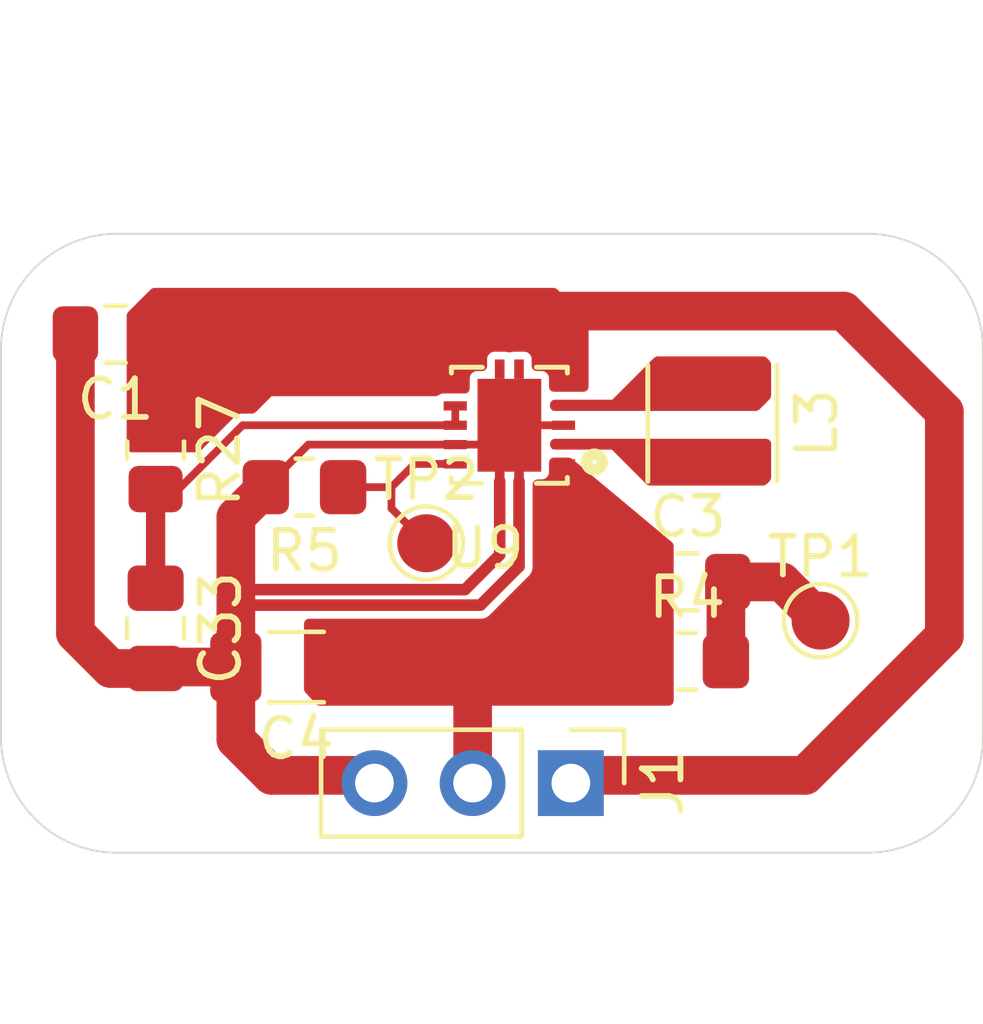
<source format=kicad_pcb>
(kicad_pcb (version 20241229) (generator "pcbnew") (generator_version "9.0")
  (layers (0 "F.Cu" signal) (2 "B.Cu" signal) (13 "F.Paste" user) (15 "B.Paste" user) (5 "F.SilkS" user "F.Silkscreen") (7 "B.SilkS" user "B.Silkscreen") (1 "F.Mask" user) (3 "B.Mask" user) (25 "Edge.Cuts" user))
  (net 0 "")
  (net 1 "GND")
  (net 2 "/V_{IN}")
  (net 3 "+3V3")
  (net 4 "/Buck-Boost Regulator Layout/FB")
  (net 5 "Net-(U9-PS{slash}SYNC)")
  (net 6 "Net-(U9-L2)")
  (net 7 "Net-(U9-L1)")
  (net 8 "Net-(C3-Pad2)")
  (footprint "TestPoint:TestPoint_Pad_D1.5mm" (layer "F.Cu") (at 126.8 76.2)
    (property "Reference" "TP1" (at 0 -1.648 0) (layer "F.SilkS"))
    (property "Value" "TestPoint")
    (fp_circle (center 0 0) (end 0 0.95) (stroke (width 0.12)) (fill no) (layer "F.SilkS"))
    (pad "1" smd circle (at 0 0) (size 1.5 1.5) (layers "F.Cu" "F.Mask") (net 8 "Net-(C3-Pad2)"))
  )
  (footprint "TestPoint:TestPoint_Pad_D1.5mm" (layer "F.Cu") (at 116.6 74.2)
    (property "Reference" "TP2" (at 0 -1.648 0) (layer "F.SilkS"))
    (property "Value" "TestPoint")
    (fp_circle (center 0 0) (end 0 0.95) (stroke (width 0.12)) (fill no) (layer "F.SilkS"))
    (pad "1" smd circle (at 0 0) (size 1.5 1.5) (layers "F.Cu" "F.Mask") (net 4 "/Buck-Boost Regulator Layout/FB"))
  )
  (footprint "buckboost:IND_LQH3NPZ2R2MMEL" (layer "F.Cu") (at 124 71.1 90)
    (property "Reference" "L3" (at 0 2.7 90) (layer "F.SilkS"))
    (property "Value" "2.2uH")
    (fp_line (start -1.5 -1.67) (end 1.5 -1.67) (stroke (width 0.127)) (layer "F.SilkS"))
    (fp_line (start -1.5 1.67) (end 1.5 1.67) (stroke (width 0.127)) (layer "F.SilkS"))
    (pad "1" smd rect (at -1.1 0 90) (size 0.8 2.7) (layers "F.Cu" "F.Mask" "F.Paste") (net 6 "Net-(U9-L2)"))
    (pad "2" smd rect (at 1.1 0 90) (size 0.8 2.7) (layers "F.Cu" "F.Mask" "F.Paste") (net 7 "Net-(U9-L1)"))
  )
  (footprint "Resistor_SMD:R_0805_2012Metric_Pad1.20x1.40mm_HandSolder" (layer "F.Cu") (at 109.6 71.8 -90)
    (property "Reference" "R27" (at 0 -1.65 90) (layer "F.SilkS"))
    (property "Value" "100R")
    (fp_line (start -0.227064 0.735) (end 0.227064 0.735) (stroke (width 0.12)) (layer "F.SilkS"))
    (fp_line (start -0.227064 -0.735) (end 0.227064 -0.735) (stroke (width 0.12)) (layer "F.SilkS"))
    (pad "1" smd roundrect (at -1 0 270) (size 1.2 1.4) (layers "F.Cu" "F.Mask" "F.Paste") (roundrect_rratio 0.208333) (net 2 "/V_{IN}"))
    (pad "2" smd roundrect (at 1 0 270) (size 1.2 1.4) (layers "F.Cu" "F.Mask" "F.Paste") (roundrect_rratio 0.208333) (net 5 "Net-(U9-PS{slash}SYNC)"))
  )
  (footprint "buckboost:CONV_TPS63000DRCR" (layer "F.Cu") (at 118.75 71.15 180)
    (property "Reference" "U9" (at 0.635495 -3.177475 0) (layer "F.SilkS") (effects (font (size 1.00078 1.00078))))
    (property "Value" "TPS63000")
    (fp_line (start 1.5 1.5) (end 1.5 1.35) (stroke (width 0.127)) (layer "F.SilkS"))
    (fp_line (start 1.5 -1.5) (end 1.5 -1.35) (stroke (width 0.127)) (layer "F.SilkS"))
    (fp_line (start 0.7 1.5) (end 1.5 1.5) (stroke (width 0.127)) (layer "F.SilkS"))
    (fp_line (start 0.7 -1.5) (end 1.5 -1.5) (stroke (width 0.127)) (layer "F.SilkS"))
    (fp_line (start -0.7 1.5) (end -1.5 1.5) (stroke (width 0.127)) (layer "F.SilkS"))
    (fp_line (start -0.7 -1.5) (end -1.5 -1.5) (stroke (width 0.127)) (layer "F.SilkS"))
    (fp_line (start -1.5 1.5) (end -1.5 1.35) (stroke (width 0.127)) (layer "F.SilkS"))
    (fp_line (start -1.5 -1.5) (end -1.5 -1.35) (stroke (width 0.127)) (layer "F.SilkS"))
    (fp_circle (center -2.2 -0.95) (end -2.15 -0.95) (stroke (width 0.3)) (fill no) (layer "F.SilkS"))
    (pad "1" smd rect (at -1.4 -1 180) (size 0.6 0.24) (layers "F.Cu" "F.Mask" "F.Paste") (net 3 "+3V3"))
    (pad "2" smd rect (at -1.4 -0.5 180) (size 0.6 0.24) (layers "F.Cu" "F.Mask" "F.Paste") (net 6 "Net-(U9-L2)"))
    (pad "3" smd rect (at -1.4 0 180) (size 0.6 0.24) (layers "F.Cu" "F.Mask" "F.Paste") (net 1 "GND"))
    (pad "4" smd rect (at -1.4 0.5 180) (size 0.6 0.24) (layers "F.Cu" "F.Mask" "F.Paste") (net 7 "Net-(U9-L1)"))
    (pad "5" smd rect (at -1.4 1 180) (size 0.6 0.24) (layers "F.Cu" "F.Mask" "F.Paste") (net 2 "/V_{IN}"))
    (pad "6" smd rect (at 1.4 1 180) (size 0.6 0.24) (layers "F.Cu" "F.Mask" "F.Paste") (net 2 "/V_{IN}"))
    (pad "7" smd rect (at 1.4 0.5 180) (size 0.6 0.24) (layers "F.Cu" "F.Mask" "F.Paste") (net 5 "Net-(U9-PS{slash}SYNC)"))
    (pad "8" smd rect (at 1.4 0 180) (size 0.6 0.24) (layers "F.Cu" "F.Mask" "F.Paste") (net 5 "Net-(U9-PS{slash}SYNC)"))
    (pad "9" smd rect (at 1.4 -0.5 180) (size 0.6 0.24) (layers "F.Cu" "F.Mask" "F.Paste") (net 1 "GND"))
    (pad "10" smd rect (at 1.4 -1 180) (size 0.6 0.24) (layers "F.Cu" "F.Mask" "F.Paste") (net 4 "/Buck-Boost Regulator Layout/FB"))
    (pad "11" smd rect (at 0 0 180) (size 1.65 2.4) (layers "F.Cu" "F.Mask") (net 1 "GND"))
    (pad "11_1" smd rect (at -0.25 -1.45 180) (size 0.25 0.5) (layers "F.Cu" "F.Mask") (net 1 "GND"))
    (pad "11_2" smd rect (at 0.25 -1.45 180) (size 0.25 0.5) (layers "F.Cu" "F.Mask") (net 1 "GND"))
    (pad "11_3" smd rect (at 0.25 1.45 180) (size 0.25 0.5) (layers "F.Cu" "F.Mask") (net 1 "GND"))
    (pad "11_4" smd rect (at -0.25 1.45 180) (size 0.25 0.5) (layers "F.Cu" "F.Mask") (net 1 "GND"))
  )
  (footprint "Resistor_SMD:R_0805_2012Metric_Pad1.20x1.40mm_HandSolder" (layer "F.Cu") (at 113.45 72.75 180)
    (property "Reference" "R5" (at 0 -1.65 0) (layer "F.SilkS"))
    (property "Value" "100k")
    (fp_line (start -0.227064 0.735) (end 0.227064 0.735) (stroke (width 0.12)) (layer "F.SilkS"))
    (fp_line (start -0.227064 -0.735) (end 0.227064 -0.735) (stroke (width 0.12)) (layer "F.SilkS"))
    (pad "1" smd roundrect (at -1 0 180) (size 1.2 1.4) (layers "F.Cu" "F.Mask" "F.Paste") (roundrect_rratio 0.208333) (net 4 "/Buck-Boost Regulator Layout/FB"))
    (pad "2" smd roundrect (at 1 0 180) (size 1.2 1.4) (layers "F.Cu" "F.Mask" "F.Paste") (roundrect_rratio 0.208333) (net 1 "GND"))
  )
  (footprint "Capacitor_SMD:C_0805_2012Metric_Pad1.18x1.45mm_HandSolder" (layer "F.Cu") (at 109.6 76.4 -90)
    (property "Reference" "C33" (at 0 -1.68 90) (layer "F.SilkS"))
    (property "Value" "100n")
    (fp_line (start -0.261252 0.735) (end 0.261252 0.735) (stroke (width 0.12)) (layer "F.SilkS"))
    (fp_line (start -0.261252 -0.735) (end 0.261252 -0.735) (stroke (width 0.12)) (layer "F.SilkS"))
    (pad "1" smd roundrect (at -1.0375 0 270) (size 1.175 1.45) (layers "F.Cu" "F.Mask" "F.Paste") (roundrect_rratio 0.212766) (net 5 "Net-(U9-PS{slash}SYNC)"))
    (pad "2" smd roundrect (at 1.0375 0 270) (size 1.175 1.45) (layers "F.Cu" "F.Mask" "F.Paste") (roundrect_rratio 0.212766) (net 1 "GND"))
  )
  (footprint "Capacitor_SMD:C_1206_3216Metric_Pad1.33x1.80mm_HandSolder" (layer "F.Cu") (at 113.2375 77.4 180)
    (property "Reference" "C4" (at 0 -1.85 0) (layer "F.SilkS"))
    (property "Value" "47uF")
    (fp_line (start -0.711252 0.91) (end 0.711252 0.91) (stroke (width 0.12)) (layer "F.SilkS"))
    (fp_line (start -0.711252 -0.91) (end 0.711252 -0.91) (stroke (width 0.12)) (layer "F.SilkS"))
    (pad "1" smd roundrect (at -1.5625 0 180) (size 1.325 1.8) (layers "F.Cu" "F.Mask" "F.Paste") (roundrect_rratio 0.188679) (net 3 "+3V3"))
    (pad "2" smd roundrect (at 1.5625 0 180) (size 1.325 1.8) (layers "F.Cu" "F.Mask" "F.Paste") (roundrect_rratio 0.188679) (net 1 "GND"))
  )
  (footprint "Resistor_SMD:R_0805_2012Metric_Pad1.20x1.40mm_HandSolder" (layer "F.Cu") (at 123.35 77.25)
    (property "Reference" "R4" (at 0 -1.65 0) (layer "F.SilkS"))
    (property "Value" "560k")
    (fp_line (start -0.227064 -0.735) (end 0.227064 -0.735) (stroke (width 0.12)) (layer "F.SilkS"))
    (fp_line (start -0.227064 0.735) (end 0.227064 0.735) (stroke (width 0.12)) (layer "F.SilkS"))
    (pad "1" smd roundrect (at -1 0) (size 1.2 1.4) (layers "F.Cu" "F.Mask" "F.Paste") (roundrect_rratio 0.208333) (net 3 "+3V3"))
    (pad "2" smd roundrect (at 1 0) (size 1.2 1.4) (layers "F.Cu" "F.Mask" "F.Paste") (roundrect_rratio 0.208333) (net 8 "Net-(C3-Pad2)"))
  )
  (footprint "Capacitor_SMD:C_0805_2012Metric_Pad1.18x1.45mm_HandSolder" (layer "F.Cu") (at 123.3625 75.2)
    (property "Reference" "C3" (at 0 -1.68 0) (layer "F.SilkS"))
    (property "Value" "4p")
    (fp_line (start -0.261252 -0.735) (end 0.261252 -0.735) (stroke (width 0.12)) (layer "F.SilkS"))
    (fp_line (start -0.261252 0.735) (end 0.261252 0.735) (stroke (width 0.12)) (layer "F.SilkS"))
    (pad "1" smd roundrect (at -1.0375 0) (size 1.175 1.45) (layers "F.Cu" "F.Mask" "F.Paste") (roundrect_rratio 0.212766) (net 3 "+3V3"))
    (pad "2" smd roundrect (at 1.0375 0) (size 1.175 1.45) (layers "F.Cu" "F.Mask" "F.Paste") (roundrect_rratio 0.212766) (net 8 "Net-(C3-Pad2)"))
  )
  (footprint "Capacitor_SMD:C_0805_2012Metric_Pad1.18x1.45mm_HandSolder" (layer "F.Cu") (at 108.5625 68.8 180)
    (property "Reference" "C1" (at 0 -1.68 0) (layer "F.SilkS"))
    (property "Value" "22uF")
    (fp_line (start -0.261252 0.735) (end 0.261252 0.735) (stroke (width 0.12)) (layer "F.SilkS"))
    (fp_line (start -0.261252 -0.735) (end 0.261252 -0.735) (stroke (width 0.12)) (layer "F.SilkS"))
    (pad "1" smd roundrect (at -1.0375 0 180) (size 1.175 1.45) (layers "F.Cu" "F.Mask" "F.Paste") (roundrect_rratio 0.212766) (net 2 "/V_{IN}"))
    (pad "2" smd roundrect (at 1.0375 0 180) (size 1.175 1.45) (layers "F.Cu" "F.Mask" "F.Paste") (roundrect_rratio 0.212766) (net 1 "GND"))
  )
  (footprint "Connector_PinHeader_2.54mm:PinHeader_1x03_P2.54mm_Vertical" (layer "F.Cu") (at 120.34 80.4 -90)
    (property "Reference" "J1" (at 0 -2.38 90) (layer "F.SilkS"))
    (property "Value" "Conn_01x03_Pin")
    (fp_line (start -1.38 6.46) (end 1.38 6.46) (stroke (width 0.12)) (layer "F.SilkS"))
    (fp_line (start -1.38 1.27) (end -1.38 6.46) (stroke (width 0.12)) (layer "F.SilkS"))
    (fp_line (start -1.38 1.27) (end 1.38 1.27) (stroke (width 0.12)) (layer "F.SilkS"))
    (fp_line (start 1.38 1.27) (end 1.38 6.46) (stroke (width 0.12)) (layer "F.SilkS"))
    (fp_line (start -1.38 0) (end -1.38 -1.38) (stroke (width 0.12)) (layer "F.SilkS"))
    (fp_line (start -1.38 -1.38) (end 0 -1.38) (stroke (width 0.12)) (layer "F.SilkS"))
    (pad "1" thru_hole rect (at 0 0 270) (size 1.7 1.7) (drill 1) (layers "*.Cu" "*.Mask") (net 2 "/V_{IN}"))
    (pad "2" thru_hole circle (at 0 2.54 270) (size 1.7 1.7) (drill 1) (layers "*.Cu" "*.Mask") (net 3 "+3V3"))
    (pad "3" thru_hole circle (at 0 5.08 270) (size 1.7 1.7) (drill 1) (layers "*.Cu" "*.Mask") (net 1 "GND"))
  )
  (gr_arc (start 131 79.2) (mid 130.12132 81.32132) (end 128 82.2) (stroke (width 0.05)) (layer "Edge.Cuts"))
  (gr_arc (start 128 66.2) (mid 130.12132 67.07868) (end 131 69.2) (stroke (width 0.05)) (layer "Edge.Cuts"))
  (gr_line (start 131 69.2) (end 131 79.2) (stroke (width 0.05)) (layer "Edge.Cuts"))
  (gr_arc (start 108.6 82.2) (mid 106.47868 81.32132) (end 105.6 79.2) (stroke (width 0.05)) (layer "Edge.Cuts"))
  (gr_line (start 108.6 66.2) (end 128 66.2) (stroke (width 0.05)) (layer "Edge.Cuts"))
  (gr_line (start 105.6 79.2) (end 105.6 69.2) (stroke (width 0.05)) (layer "Edge.Cuts"))
  (gr_arc (start 105.6 69.2) (mid 106.47868 67.07868) (end 108.6 66.2) (stroke (width 0.05)) (layer "Edge.Cuts"))
  (gr_line (start 128 82.2) (end 108.6 82.2) (stroke (width 0.05)) (layer "Edge.Cuts"))
  (segment (start 111.675 75.4) (end 111.675 73.525) (width 1) (layer "F.Cu") (net 1))
  (segment (start 113.55 71.65) (end 112.45 72.75) (width 0.2) (layer "F.Cu") (net 1))
  (segment (start 117.35 71.65) (end 117.957842 71.65) (width 0.2) (layer "F.Cu") (net 1))
  (segment (start 112.075 75.8) (end 111.675 75.4) (width 0.3) (layer "F.Cu") (net 1))
  (segment (start 111.675 79.275) (end 111.675 77.4) (width 1) (layer "F.Cu") (net 1))
  (segment (start 118.175 71.432842) (end 118.175 71.15) (width 0.2) (layer "F.Cu") (net 1))
  (segment (start 111.675 77.4) (end 109.6375 77.4) (width 1) (layer "F.Cu") (net 1))
  (segment (start 111.675 73.525) (end 112.45 72.75) (width 1) (layer "F.Cu") (net 1))
  (segment (start 120.15 71.15) (end 118.75 71.15) (width 0.2) (layer "F.Cu") (net 1))
  (segment (start 109.6375 77.4) (end 109.6 77.4375) (width 1) (layer "F.Cu") (net 1))
  (segment (start 117.6 75.4) (end 111.675 75.4) (width 0.3) (layer "F.Cu") (net 1))
  (segment (start 107.525 76.525) (end 107.525 68.8) (width 1) (layer "F.Cu") (net 1))
  (segment (start 118.5 72.6) (end 118.5 74.5) (width 0.3) (layer "F.Cu") (net 1))
  (segment (start 118 75.8) (end 112.075 75.8) (width 0.3) (layer "F.Cu") (net 1))
  (segment (start 112.6 80.2) (end 111.675 79.275) (width 1) (layer "F.Cu") (net 1))
  (segment (start 118.5 74.5) (end 117.6 75.4) (width 0.3) (layer "F.Cu") (net 1))
  (segment (start 119 74.8) (end 118 75.8) (width 0.3) (layer "F.Cu") (net 1))
  (segment (start 108.4375 77.4375) (end 107.525 76.525) (width 1) (layer "F.Cu") (net 1))
  (segment (start 117.957842 71.65) (end 118.175 71.432842) (width 0.2) (layer "F.Cu") (net 1))
  (segment (start 115.26 80.4) (end 115.06 80.2) (width 1) (layer "F.Cu") (net 1))
  (segment (start 111.675 77.4) (end 111.675 75.4) (width 1) (layer "F.Cu") (net 1))
  (segment (start 115.06 80.2) (end 112.6 80.2) (width 1) (layer "F.Cu") (net 1))
  (segment (start 109.6 77.4375) (end 108.4375 77.4375) (width 1) (layer "F.Cu") (net 1))
  (segment (start 117.35 71.65) (end 113.55 71.65) (width 0.2) (layer "F.Cu") (net 1))
  (segment (start 119 72.6) (end 119 74.8) (width 0.3) (layer "F.Cu") (net 1))
  (segment (start 120.54 80.2) (end 126.4 80.2) (width 1) (layer "F.Cu") (net 2))
  (segment (start 110.85 70.15) (end 110.2 70.8) (width 0.2) (layer "F.Cu") (net 2))
  (segment (start 110.2 70.8) (end 109.6 70.8) (width 0.2) (layer "F.Cu") (net 2))
  (segment (start 127.4 68.2) (end 118.6 68.2) (width 1) (layer "F.Cu") (net 2))
  (segment (start 117.35 70.15) (end 110.85 70.15) (width 0.2) (layer "F.Cu") (net 2))
  (segment (start 120.34 80.4) (end 120.54 80.2) (width 1) (layer "F.Cu") (net 2))
  (segment (start 130 76.6) (end 130 70.8) (width 1) (layer "F.Cu") (net 2))
  (segment (start 126.4 80.2) (end 130 76.6) (width 1) (layer "F.Cu") (net 2))
  (segment (start 130 70.8) (end 127.4 68.2) (width 1) (layer "F.Cu") (net 2))
  (segment (start 117.8 80.4) (end 117.8 77.4) (width 1) (layer "F.Cu") (net 3))
  (segment (start 115.7 73.3) (end 115.7 72.75) (width 0.2) (layer "F.Cu") (net 4))
  (segment (start 115.925 72.525) (end 116.3 72.15) (width 0.2) (layer "F.Cu") (net 4))
  (segment (start 116.3 72.15) (end 117.35 72.15) (width 0.2) (layer "F.Cu") (net 4))
  (segment (start 114.45 72.75) (end 115.7 72.75) (width 0.2) (layer "F.Cu") (net 4))
  (segment (start 115.7 72.75) (end 115.925 72.525) (width 0.2) (layer "F.Cu") (net 4))
  (segment (start 114.45 72.85) (end 114.45 72.75) (width 0.2) (layer "F.Cu") (net 4))
  (segment (start 116.6 74.2) (end 115.7 73.3) (width 0.2) (layer "F.Cu") (net 4))
  (segment (start 117.35 71.15) (end 117.35 70.65) (width 0.2) (layer "F.Cu") (net 5))
  (segment (start 111.85 71.15) (end 110.2 72.8) (width 0.2) (layer "F.Cu") (net 5))
  (segment (start 109.6 75.3625) (end 109.6 72.8) (width 0.5) (layer "F.Cu") (net 5))
  (segment (start 110.2 72.8) (end 109.6 72.8) (width 0.2) (layer "F.Cu") (net 5))
  (segment (start 117.35 71.15) (end 111.85 71.15) (width 0.2) (layer "F.Cu") (net 5))
  (segment (start 124.4 75.2) (end 125.8 75.2) (width 1) (layer "F.Cu") (net 8))
  (segment (start 125.8 75.2) (end 126.8 76.2) (width 1) (layer "F.Cu") (net 8))
  (segment (start 124.35 75.25) (end 124.4 75.2) (width 1) (layer "F.Cu") (net 8))
  (segment (start 124.35 77.25) (end 124.35 75.25) (width 1) (layer "F.Cu") (net 8))
  (zone (net 7) (net_name "Net-(U9-L1)") (layer "F.Cu") (name "U10_L1") (priority 5) (connect_pads yes (clearance 0.15)) (min_thickness 0.25) (fill yes (thermal_gap 0.5) (thermal_bridge_width 0.5))
    (polygon (pts (xy 119.8 70.78) (xy 119.8 70.49) (xy 121.41 70.49) (xy 122.53 69.37) (xy 125.3675 69.37) (xy 125.52 69.5225) (xy 125.52 70.44) (xy 125.18 70.78)))
  )
  (zone (net 3) (net_name "+3V3") (layer "F.Cu") (name "3v3") (priority 1) (connect_pads yes (clearance 0.15)) (min_thickness 0.25) (fill yes (thermal_gap 0.5) (thermal_bridge_width 0.5))
    (polygon (pts (xy 119.8 71.9) (xy 120.230543 71.9) (xy 123 74.209627) (xy 123 78.369199) (xy 122.969199 78.4) (xy 113.7875 78.4) (xy 113.4375 78.018182) (xy 113.4375 74.3625) (xy 114.45 73.35) (xy 118.35 73.35)))
  )
  (zone (net 2) (net_name "/V_{IN}") (layer "F.Cu") (name "VIN") (connect_pads yes (clearance 0.15)) (min_thickness 0.25) (fill yes (thermal_gap 0.5) (thermal_bridge_width 0.5))
    (polygon (pts (xy 108.85 71.85) (xy 111.15 71.85) (xy 112.6 70.4) (xy 120.8 70.4) (xy 120.8 68.45) (xy 119.95 67.6) (xy 109.5125 67.6) (xy 108.85 68.2625)))
  )
  (zone (net 6) (net_name "Net-(U9-L2)") (layer "F.Cu") (name "U10_L2") (priority 5) (connect_pads yes (clearance 0.15)) (min_thickness 0.25) (fill yes (thermal_gap 0.5) (thermal_bridge_width 0.5))
    (polygon (pts (xy 119.8 71.5) (xy 119.8 71.78) (xy 121.4 71.78) (xy 122.33 72.71) (xy 125.3675 72.71) (xy 125.52 72.5575) (xy 125.52 71.54) (xy 125.48 71.5)))
  )
)
</source>
